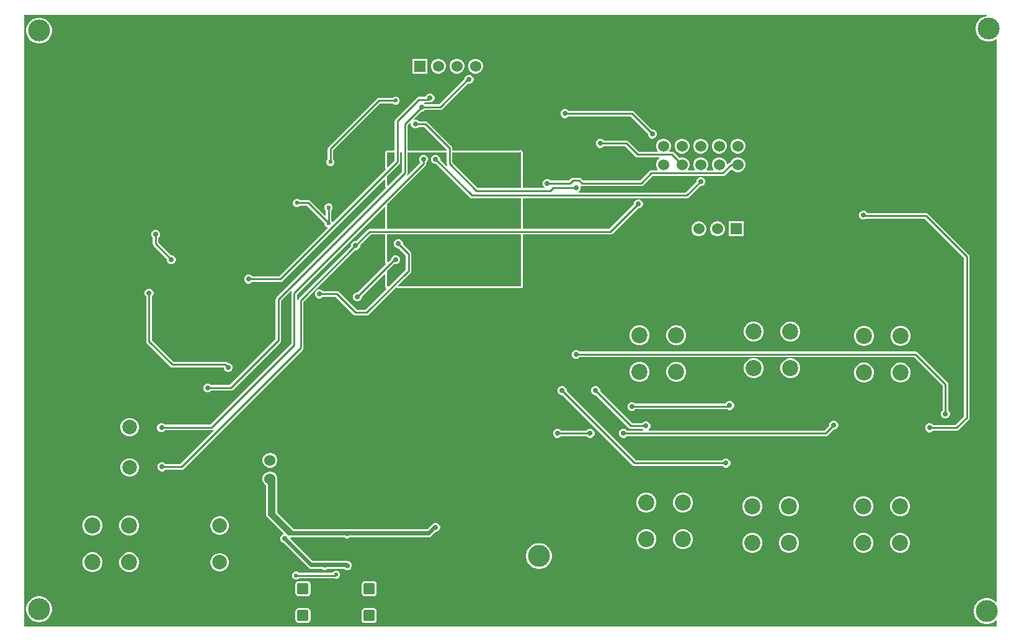
<source format=gbl>
G04*
G04 #@! TF.GenerationSoftware,Altium Limited,CircuitMaker,2.3.0 (2.3.0.3)*
G04*
G04 Layer_Physical_Order=2*
G04 Layer_Color=11436288*
%FSLAX25Y25*%
%MOIN*%
G70*
G04*
G04 #@! TF.SameCoordinates,2CE33893-7A16-41D8-AC82-33CA6B9F0197*
G04*
G04*
G04 #@! TF.FilePolarity,Positive*
G04*
G01*
G75*
%ADD12C,0.01000*%
%ADD87C,0.06000*%
%ADD88R,0.06000X0.06000*%
%ADD89C,0.11811*%
%ADD90C,0.08661*%
G04:AMPARAMS|DCode=91|XSize=60mil|YSize=60mil|CornerRadius=7.5mil|HoleSize=0mil|Usage=FLASHONLY|Rotation=0.000|XOffset=0mil|YOffset=0mil|HoleType=Round|Shape=RoundedRectangle|*
%AMROUNDEDRECTD91*
21,1,0.06000,0.04500,0,0,0.0*
21,1,0.04500,0.06000,0,0,0.0*
1,1,0.01500,0.02250,-0.02250*
1,1,0.01500,-0.02250,-0.02250*
1,1,0.01500,-0.02250,0.02250*
1,1,0.01500,0.02250,0.02250*
%
%ADD91ROUNDEDRECTD91*%
%ADD92C,0.07874*%
%ADD93C,0.02362*%
%ADD94C,0.02800*%
G36*
X517287Y0D02*
X516112Y-234D01*
X514855Y-754D01*
X513724Y-1510D01*
X512762Y-2472D01*
X512006Y-3603D01*
X511486Y-4860D01*
X511221Y-6194D01*
Y-7554D01*
X511486Y-8888D01*
X512006Y-10145D01*
X512762Y-11276D01*
X513724Y-12238D01*
X514855Y-12994D01*
X516112Y-13514D01*
X517446Y-13780D01*
X518806D01*
X520140Y-13514D01*
X521397Y-12994D01*
X522059Y-12551D01*
X522500Y-12787D01*
Y-315027D01*
X522000Y-315234D01*
X521528Y-314762D01*
X520397Y-314006D01*
X519140Y-313486D01*
X517806Y-313221D01*
X516446D01*
X515112Y-313486D01*
X513855Y-314006D01*
X512724Y-314762D01*
X511762Y-315724D01*
X511006Y-316855D01*
X510486Y-318112D01*
X510220Y-319446D01*
Y-320806D01*
X510486Y-322140D01*
X511006Y-323397D01*
X511762Y-324528D01*
X512724Y-325490D01*
X513855Y-326246D01*
X515112Y-326766D01*
X516446Y-327031D01*
X517806D01*
X519140Y-326766D01*
X520397Y-326246D01*
X521528Y-325490D01*
X522000Y-325018D01*
X522500Y-325225D01*
Y-328500D01*
X0D01*
Y500D01*
X517238D01*
X517287Y0D01*
D02*
G37*
%LPC*%
G36*
X8554Y-969D02*
X7194D01*
X5860Y-1234D01*
X4603Y-1754D01*
X3472Y-2510D01*
X2510Y-3472D01*
X1754Y-4603D01*
X1234Y-5860D01*
X969Y-7194D01*
Y-8554D01*
X1234Y-9888D01*
X1754Y-11145D01*
X2510Y-12276D01*
X3472Y-13238D01*
X4603Y-13994D01*
X5860Y-14514D01*
X7194Y-14780D01*
X8554D01*
X9888Y-14514D01*
X11145Y-13994D01*
X12276Y-13238D01*
X13238Y-12276D01*
X13994Y-11145D01*
X14514Y-9888D01*
X14780Y-8554D01*
Y-7194D01*
X14514Y-5860D01*
X13994Y-4603D01*
X13238Y-3472D01*
X12276Y-2510D01*
X11145Y-1754D01*
X9888Y-1234D01*
X8554Y-969D01*
D02*
G37*
G36*
X243027Y-23000D02*
X241973D01*
X240956Y-23273D01*
X240044Y-23799D01*
X239299Y-24544D01*
X238773Y-25456D01*
X238500Y-26473D01*
Y-27527D01*
X238773Y-28544D01*
X239299Y-29456D01*
X240044Y-30201D01*
X240956Y-30727D01*
X241973Y-31000D01*
X243027D01*
X244044Y-30727D01*
X244956Y-30201D01*
X245701Y-29456D01*
X246227Y-28544D01*
X246500Y-27527D01*
Y-26473D01*
X246227Y-25456D01*
X245701Y-24544D01*
X244956Y-23799D01*
X244044Y-23273D01*
X243027Y-23000D01*
D02*
G37*
G36*
X233027D02*
X231973D01*
X230956Y-23273D01*
X230044Y-23799D01*
X229299Y-24544D01*
X228773Y-25456D01*
X228500Y-26473D01*
Y-27527D01*
X228773Y-28544D01*
X229299Y-29456D01*
X230044Y-30201D01*
X230956Y-30727D01*
X231973Y-31000D01*
X233027D01*
X234044Y-30727D01*
X234956Y-30201D01*
X235701Y-29456D01*
X236227Y-28544D01*
X236500Y-27527D01*
Y-26473D01*
X236227Y-25456D01*
X235701Y-24544D01*
X234956Y-23799D01*
X234044Y-23273D01*
X233027Y-23000D01*
D02*
G37*
G36*
X223027D02*
X221973D01*
X220956Y-23273D01*
X220044Y-23799D01*
X219299Y-24544D01*
X218773Y-25456D01*
X218500Y-26473D01*
Y-27527D01*
X218773Y-28544D01*
X219299Y-29456D01*
X220044Y-30201D01*
X220956Y-30727D01*
X221973Y-31000D01*
X223027D01*
X224044Y-30727D01*
X224956Y-30201D01*
X225701Y-29456D01*
X226227Y-28544D01*
X226500Y-27527D01*
Y-26473D01*
X226227Y-25456D01*
X225701Y-24544D01*
X224956Y-23799D01*
X224044Y-23273D01*
X223027Y-23000D01*
D02*
G37*
G36*
X216500D02*
X208500D01*
Y-31000D01*
X216500D01*
Y-23000D01*
D02*
G37*
G36*
X239477Y-31600D02*
X238523D01*
X237641Y-31965D01*
X236965Y-32640D01*
X236600Y-33523D01*
Y-33737D01*
X222867Y-47471D01*
X215365D01*
X214924Y-47029D01*
X214978Y-46727D01*
X215077Y-46529D01*
X217000D01*
X217585Y-46413D01*
X217605Y-46400D01*
X218477D01*
X219359Y-46035D01*
X220035Y-45360D01*
X220400Y-44477D01*
Y-43523D01*
X220035Y-42641D01*
X219359Y-41965D01*
X218477Y-41600D01*
X217523D01*
X216640Y-41965D01*
X215965Y-42641D01*
X215621Y-43471D01*
X211843D01*
X211258Y-43587D01*
X210762Y-43919D01*
X208419Y-46262D01*
X208103Y-46734D01*
X199419Y-55419D01*
X199087Y-55915D01*
X198971Y-56500D01*
Y-72480D01*
X195000D01*
X194610Y-72558D01*
X194279Y-72779D01*
X194058Y-73110D01*
X193980Y-73500D01*
Y-81184D01*
X194058Y-81574D01*
X194279Y-81905D01*
X194310Y-82527D01*
X166090Y-110747D01*
X165500Y-110630D01*
X165349Y-110265D01*
X165029Y-109945D01*
Y-104555D01*
X165349Y-104235D01*
X165681Y-103434D01*
Y-102566D01*
X165349Y-101765D01*
X164735Y-101151D01*
X163934Y-100819D01*
X163066D01*
X162265Y-101151D01*
X161651Y-101765D01*
X161319Y-102566D01*
Y-103434D01*
X161651Y-104235D01*
X161971Y-104555D01*
Y-107154D01*
X161509Y-107346D01*
X153581Y-99419D01*
X153085Y-99087D01*
X152500Y-98971D01*
X148055D01*
X147736Y-98651D01*
X146934Y-98319D01*
X146066D01*
X145264Y-98651D01*
X144651Y-99265D01*
X144319Y-100066D01*
Y-100934D01*
X144651Y-101735D01*
X145264Y-102349D01*
X146066Y-102681D01*
X146934D01*
X147736Y-102349D01*
X148055Y-102029D01*
X151866D01*
X161319Y-111482D01*
Y-111934D01*
X161651Y-112735D01*
X162265Y-113349D01*
X162630Y-113500D01*
X162747Y-114090D01*
X136866Y-139971D01*
X122365D01*
X121860Y-139465D01*
X120977Y-139100D01*
X120023D01*
X119141Y-139465D01*
X118465Y-140140D01*
X118100Y-141023D01*
Y-141977D01*
X118465Y-142859D01*
X119141Y-143535D01*
X120023Y-143900D01*
X120977D01*
X121860Y-143535D01*
X122365Y-143029D01*
X137500D01*
X138085Y-142913D01*
X138581Y-142581D01*
X193518Y-87644D01*
X193980Y-87836D01*
Y-91184D01*
X194058Y-91574D01*
X194279Y-91905D01*
X194310Y-92527D01*
X135419Y-151419D01*
X135087Y-151915D01*
X134971Y-152500D01*
Y-173866D01*
X110366Y-198471D01*
X100365D01*
X99859Y-197965D01*
X98977Y-197600D01*
X98023D01*
X97141Y-197965D01*
X96465Y-198641D01*
X96100Y-199523D01*
Y-200477D01*
X96465Y-201360D01*
X97141Y-202035D01*
X98023Y-202400D01*
X98977D01*
X99859Y-202035D01*
X100365Y-201529D01*
X111000D01*
X111585Y-201413D01*
X112081Y-201081D01*
X137581Y-175581D01*
X137913Y-175085D01*
X138029Y-174500D01*
Y-153133D01*
X143464Y-147699D01*
X143852Y-148018D01*
X143587Y-148415D01*
X143471Y-149000D01*
Y-176366D01*
X100016Y-219821D01*
X75609D01*
X75104Y-219316D01*
X74222Y-218951D01*
X73267D01*
X72385Y-219316D01*
X71710Y-219991D01*
X71344Y-220873D01*
Y-221828D01*
X71710Y-222710D01*
X72385Y-223385D01*
X73267Y-223750D01*
X74222D01*
X75104Y-223385D01*
X75609Y-222880D01*
X100649D01*
X101235Y-222763D01*
X101632Y-222498D01*
X101951Y-222886D01*
X83867Y-240971D01*
X75865D01*
X75359Y-240465D01*
X74477Y-240100D01*
X73523D01*
X72641Y-240465D01*
X71965Y-241141D01*
X71600Y-242023D01*
Y-242977D01*
X71965Y-243860D01*
X72641Y-244535D01*
X73523Y-244900D01*
X74477D01*
X75359Y-244535D01*
X75865Y-244029D01*
X84500D01*
X85085Y-243913D01*
X85581Y-243581D01*
X149581Y-179581D01*
X149913Y-179085D01*
X150029Y-178500D01*
Y-153633D01*
X177763Y-125900D01*
X178477D01*
X179359Y-125535D01*
X180035Y-124859D01*
X180400Y-123977D01*
Y-123263D01*
X186134Y-117529D01*
X193980D01*
Y-132184D01*
X194058Y-132574D01*
X194279Y-132905D01*
X194310Y-133527D01*
X179237Y-148600D01*
X178523D01*
X177640Y-148965D01*
X176965Y-149641D01*
X176600Y-150523D01*
Y-151477D01*
X176965Y-152359D01*
X177640Y-153035D01*
X178523Y-153400D01*
X179477D01*
X180359Y-153035D01*
X181035Y-152359D01*
X181400Y-151477D01*
Y-150763D01*
X193518Y-138644D01*
X193980Y-138836D01*
Y-145500D01*
X194058Y-145890D01*
X194279Y-146221D01*
X194357Y-146273D01*
X194455Y-146882D01*
X183367Y-157971D01*
X178633D01*
X169081Y-148419D01*
X168585Y-148087D01*
X168000Y-147971D01*
X160365D01*
X159860Y-147465D01*
X158977Y-147100D01*
X158023D01*
X157141Y-147465D01*
X156465Y-148141D01*
X156100Y-149023D01*
Y-149977D01*
X156465Y-150859D01*
X157141Y-151535D01*
X158023Y-151900D01*
X158977D01*
X159860Y-151535D01*
X160365Y-151029D01*
X167367D01*
X176919Y-160581D01*
X177415Y-160913D01*
X178000Y-161029D01*
X184000D01*
X184585Y-160913D01*
X185081Y-160581D01*
X199473Y-146190D01*
X200095Y-146221D01*
X200426Y-146442D01*
X200816Y-146520D01*
X267000D01*
X267390Y-146442D01*
X267721Y-146221D01*
X267942Y-145890D01*
X268020Y-145500D01*
Y-117529D01*
X315000D01*
X315585Y-117413D01*
X316081Y-117081D01*
X329763Y-103400D01*
X330477D01*
X331360Y-103035D01*
X332035Y-102359D01*
X332400Y-101477D01*
Y-100523D01*
X332035Y-99641D01*
X331360Y-98965D01*
X330477Y-98600D01*
X329523D01*
X328641Y-98965D01*
X327965Y-99641D01*
X327600Y-100523D01*
Y-101237D01*
X314367Y-114471D01*
X268020D01*
Y-98029D01*
X356000D01*
X356585Y-97913D01*
X357081Y-97581D01*
X363263Y-91400D01*
X363977D01*
X364860Y-91035D01*
X365535Y-90359D01*
X365900Y-89477D01*
Y-88523D01*
X365535Y-87641D01*
X364860Y-86965D01*
X363977Y-86600D01*
X363023D01*
X362140Y-86965D01*
X361465Y-87641D01*
X361100Y-88523D01*
Y-89237D01*
X355366Y-94971D01*
X298077D01*
X297978Y-94773D01*
X297923Y-94471D01*
X298535Y-93859D01*
X298900Y-92977D01*
Y-92023D01*
X298822Y-91834D01*
X298899Y-91705D01*
X299199Y-91438D01*
X299657Y-91529D01*
X331500D01*
X332085Y-91413D01*
X332581Y-91081D01*
X337633Y-86029D01*
X375364D01*
X375949Y-85913D01*
X376445Y-85581D01*
X379742Y-82285D01*
X380238Y-82350D01*
X380299Y-82456D01*
X381044Y-83201D01*
X381956Y-83727D01*
X382973Y-84000D01*
X384027D01*
X385044Y-83727D01*
X385956Y-83201D01*
X386701Y-82456D01*
X387227Y-81544D01*
X387500Y-80527D01*
Y-79473D01*
X387227Y-78456D01*
X386701Y-77544D01*
X385956Y-76799D01*
X385044Y-76273D01*
X384027Y-76000D01*
X382973D01*
X381956Y-76273D01*
X381044Y-76799D01*
X380299Y-77544D01*
X379773Y-78456D01*
X379763Y-78491D01*
X379279Y-78587D01*
X378783Y-78919D01*
X377962Y-79739D01*
X377500Y-79548D01*
Y-79473D01*
X377227Y-78456D01*
X376701Y-77544D01*
X375956Y-76799D01*
X375044Y-76273D01*
X374027Y-76000D01*
X372973D01*
X371956Y-76273D01*
X371044Y-76799D01*
X370299Y-77544D01*
X369773Y-78456D01*
X369500Y-79473D01*
Y-80527D01*
X369773Y-81544D01*
X370299Y-82456D01*
X370352Y-82509D01*
X370161Y-82971D01*
X366840D01*
X366648Y-82509D01*
X366701Y-82456D01*
X367227Y-81544D01*
X367500Y-80527D01*
Y-79473D01*
X367227Y-78456D01*
X366701Y-77544D01*
X365956Y-76799D01*
X365044Y-76273D01*
X364027Y-76000D01*
X362973D01*
X361956Y-76273D01*
X361044Y-76799D01*
X360299Y-77544D01*
X359773Y-78456D01*
X359500Y-79473D01*
Y-80527D01*
X359773Y-81544D01*
X360299Y-82456D01*
X360352Y-82509D01*
X360160Y-82971D01*
X356839D01*
X356648Y-82509D01*
X356701Y-82456D01*
X357227Y-81544D01*
X357500Y-80527D01*
Y-79473D01*
X357227Y-78456D01*
X356701Y-77544D01*
X355956Y-76799D01*
X355044Y-76273D01*
X354027Y-76000D01*
X352973D01*
X351956Y-76273D01*
X351943Y-76280D01*
X349081Y-73419D01*
X348585Y-73087D01*
X348000Y-72971D01*
X346839D01*
X346648Y-72509D01*
X346701Y-72456D01*
X347227Y-71544D01*
X347500Y-70527D01*
Y-69473D01*
X347227Y-68456D01*
X346701Y-67544D01*
X345956Y-66799D01*
X345044Y-66273D01*
X344027Y-66000D01*
X342973D01*
X341956Y-66273D01*
X341044Y-66799D01*
X340299Y-67544D01*
X339773Y-68456D01*
X339500Y-69473D01*
Y-70527D01*
X339773Y-71544D01*
X340299Y-72456D01*
X340352Y-72509D01*
X340160Y-72971D01*
X330134D01*
X324581Y-67419D01*
X324085Y-67087D01*
X323500Y-66971D01*
X311365D01*
X310859Y-66465D01*
X309977Y-66100D01*
X309023D01*
X308140Y-66465D01*
X307465Y-67141D01*
X307100Y-68023D01*
Y-68977D01*
X307465Y-69859D01*
X308140Y-70535D01*
X309023Y-70900D01*
X309977D01*
X310859Y-70535D01*
X311365Y-70029D01*
X322867D01*
X328419Y-75581D01*
X328915Y-75913D01*
X329500Y-76029D01*
X341377D01*
X341511Y-76529D01*
X341044Y-76799D01*
X340299Y-77544D01*
X339773Y-78456D01*
X339500Y-79473D01*
Y-80527D01*
X339773Y-81544D01*
X340299Y-82456D01*
X340352Y-82509D01*
X340160Y-82971D01*
X337000D01*
X336415Y-83087D01*
X335919Y-83419D01*
X330867Y-88471D01*
X300290D01*
X299238Y-87419D01*
X298742Y-87087D01*
X298157Y-86971D01*
X294843D01*
X294258Y-87087D01*
X293762Y-87419D01*
X292710Y-88471D01*
X282865D01*
X282360Y-87965D01*
X281477Y-87600D01*
X280523D01*
X279641Y-87965D01*
X278965Y-88640D01*
X278600Y-89523D01*
Y-90477D01*
X278965Y-91360D01*
X279576Y-91971D01*
X279522Y-92273D01*
X279423Y-92471D01*
X268020D01*
Y-73500D01*
X267942Y-73110D01*
X267721Y-72779D01*
X267221Y-72279D01*
X266890Y-72058D01*
X266500Y-71980D01*
X266110Y-72058D01*
X265779Y-72279D01*
X265578Y-72480D01*
X230029D01*
Y-71000D01*
X229913Y-70415D01*
X229581Y-69919D01*
X216695Y-57032D01*
X216199Y-56701D01*
X215614Y-56584D01*
X211978D01*
X211473Y-56079D01*
X210591Y-55714D01*
X209656D01*
X209604Y-55657D01*
X209387Y-55276D01*
X213263Y-51400D01*
X213977D01*
X214860Y-51035D01*
X215365Y-50529D01*
X223500D01*
X224085Y-50413D01*
X224581Y-50081D01*
X238339Y-36324D01*
X238523Y-36400D01*
X239477D01*
X240359Y-36035D01*
X241035Y-35359D01*
X241400Y-34477D01*
Y-33523D01*
X241035Y-32640D01*
X240359Y-31965D01*
X239477Y-31600D01*
D02*
G37*
G36*
X199934Y-43319D02*
X199066D01*
X198265Y-43651D01*
X197945Y-43971D01*
X190500D01*
X189915Y-44087D01*
X189419Y-44419D01*
X163419Y-70419D01*
X163087Y-70915D01*
X162971Y-71500D01*
Y-76945D01*
X162651Y-77264D01*
X162319Y-78066D01*
Y-78934D01*
X162651Y-79735D01*
X163265Y-80349D01*
X164066Y-80681D01*
X164934D01*
X165735Y-80349D01*
X166349Y-79735D01*
X166681Y-78934D01*
Y-78066D01*
X166349Y-77264D01*
X166029Y-76945D01*
Y-72133D01*
X191133Y-47029D01*
X197945D01*
X198265Y-47349D01*
X199066Y-47681D01*
X199934D01*
X200735Y-47349D01*
X201349Y-46736D01*
X201681Y-45934D01*
Y-45066D01*
X201349Y-44265D01*
X200735Y-43651D01*
X199934Y-43319D01*
D02*
G37*
G36*
X290977Y-50100D02*
X290023D01*
X289141Y-50465D01*
X288465Y-51140D01*
X288100Y-52023D01*
Y-52977D01*
X288465Y-53860D01*
X289141Y-54535D01*
X290023Y-54900D01*
X290977D01*
X291860Y-54535D01*
X292365Y-54029D01*
X325867D01*
X335100Y-63263D01*
Y-63977D01*
X335465Y-64859D01*
X336140Y-65535D01*
X337023Y-65900D01*
X337977D01*
X338860Y-65535D01*
X339535Y-64859D01*
X339900Y-63977D01*
Y-63023D01*
X339535Y-62141D01*
X338860Y-61465D01*
X337977Y-61100D01*
X337263D01*
X327581Y-51419D01*
X327085Y-51087D01*
X326500Y-50971D01*
X292365D01*
X291860Y-50465D01*
X290977Y-50100D01*
D02*
G37*
G36*
X384027Y-66000D02*
X382973D01*
X381956Y-66273D01*
X381044Y-66799D01*
X380299Y-67544D01*
X379773Y-68456D01*
X379500Y-69473D01*
Y-70527D01*
X379773Y-71544D01*
X380299Y-72456D01*
X381044Y-73201D01*
X381956Y-73727D01*
X382973Y-74000D01*
X384027D01*
X385044Y-73727D01*
X385956Y-73201D01*
X386701Y-72456D01*
X387227Y-71544D01*
X387500Y-70527D01*
Y-69473D01*
X387227Y-68456D01*
X386701Y-67544D01*
X385956Y-66799D01*
X385044Y-66273D01*
X384027Y-66000D01*
D02*
G37*
G36*
X374027D02*
X372973D01*
X371956Y-66273D01*
X371044Y-66799D01*
X370299Y-67544D01*
X369773Y-68456D01*
X369500Y-69473D01*
Y-70527D01*
X369773Y-71544D01*
X370299Y-72456D01*
X371044Y-73201D01*
X371956Y-73727D01*
X372973Y-74000D01*
X374027D01*
X375044Y-73727D01*
X375956Y-73201D01*
X376701Y-72456D01*
X377227Y-71544D01*
X377500Y-70527D01*
Y-69473D01*
X377227Y-68456D01*
X376701Y-67544D01*
X375956Y-66799D01*
X375044Y-66273D01*
X374027Y-66000D01*
D02*
G37*
G36*
X364027D02*
X362973D01*
X361956Y-66273D01*
X361044Y-66799D01*
X360299Y-67544D01*
X359773Y-68456D01*
X359500Y-69473D01*
Y-70527D01*
X359773Y-71544D01*
X360299Y-72456D01*
X361044Y-73201D01*
X361956Y-73727D01*
X362973Y-74000D01*
X364027D01*
X365044Y-73727D01*
X365956Y-73201D01*
X366701Y-72456D01*
X367227Y-71544D01*
X367500Y-70527D01*
Y-69473D01*
X367227Y-68456D01*
X366701Y-67544D01*
X365956Y-66799D01*
X365044Y-66273D01*
X364027Y-66000D01*
D02*
G37*
G36*
X354027D02*
X352973D01*
X351956Y-66273D01*
X351044Y-66799D01*
X350299Y-67544D01*
X349773Y-68456D01*
X349500Y-69473D01*
Y-70527D01*
X349773Y-71544D01*
X350299Y-72456D01*
X351044Y-73201D01*
X351956Y-73727D01*
X352973Y-74000D01*
X354027D01*
X355044Y-73727D01*
X355956Y-73201D01*
X356701Y-72456D01*
X357227Y-71544D01*
X357500Y-70527D01*
Y-69473D01*
X357227Y-68456D01*
X356701Y-67544D01*
X355956Y-66799D01*
X355044Y-66273D01*
X354027Y-66000D01*
D02*
G37*
G36*
X386500Y-110500D02*
X378500D01*
Y-118500D01*
X386500D01*
Y-110500D01*
D02*
G37*
G36*
X373027D02*
X371973D01*
X370956Y-110773D01*
X370044Y-111299D01*
X369299Y-112044D01*
X368773Y-112956D01*
X368500Y-113973D01*
Y-115027D01*
X368773Y-116044D01*
X369299Y-116956D01*
X370044Y-117701D01*
X370956Y-118227D01*
X371973Y-118500D01*
X373027D01*
X374044Y-118227D01*
X374956Y-117701D01*
X375701Y-116956D01*
X376227Y-116044D01*
X376500Y-115027D01*
Y-113973D01*
X376227Y-112956D01*
X375701Y-112044D01*
X374956Y-111299D01*
X374044Y-110773D01*
X373027Y-110500D01*
D02*
G37*
G36*
X363027D02*
X361973D01*
X360956Y-110773D01*
X360044Y-111299D01*
X359299Y-112044D01*
X358773Y-112956D01*
X358500Y-113973D01*
Y-115027D01*
X358773Y-116044D01*
X359299Y-116956D01*
X360044Y-117701D01*
X360956Y-118227D01*
X361973Y-118500D01*
X363027D01*
X364044Y-118227D01*
X364956Y-117701D01*
X365701Y-116956D01*
X366227Y-116044D01*
X366500Y-115027D01*
Y-113973D01*
X366227Y-112956D01*
X365701Y-112044D01*
X364956Y-111299D01*
X364044Y-110773D01*
X363027Y-110500D01*
D02*
G37*
G36*
X70977Y-115100D02*
X70023D01*
X69140Y-115465D01*
X68465Y-116140D01*
X68100Y-117023D01*
Y-117977D01*
X68465Y-118860D01*
X68971Y-119365D01*
Y-122500D01*
X69087Y-123085D01*
X69419Y-123581D01*
X76600Y-130763D01*
Y-131477D01*
X76965Y-132360D01*
X77640Y-133035D01*
X78523Y-133400D01*
X79477D01*
X80360Y-133035D01*
X81035Y-132360D01*
X81400Y-131477D01*
Y-130523D01*
X81035Y-129640D01*
X80360Y-128965D01*
X79477Y-128600D01*
X78763D01*
X72029Y-121867D01*
Y-119365D01*
X72535Y-118860D01*
X72900Y-117977D01*
Y-117023D01*
X72535Y-116140D01*
X71860Y-115465D01*
X70977Y-115100D01*
D02*
G37*
G36*
X412387Y-164484D02*
X410983D01*
X409627Y-164848D01*
X408412Y-165549D01*
X407419Y-166542D01*
X406718Y-167757D01*
X406354Y-169113D01*
Y-170517D01*
X406718Y-171872D01*
X407419Y-173088D01*
X408412Y-174081D01*
X409627Y-174782D01*
X410983Y-175146D01*
X412387D01*
X413743Y-174782D01*
X414958Y-174081D01*
X415951Y-173088D01*
X416652Y-171872D01*
X417016Y-170517D01*
Y-169113D01*
X416652Y-167757D01*
X415951Y-166542D01*
X414958Y-165549D01*
X413743Y-164848D01*
X412387Y-164484D01*
D02*
G37*
G36*
X392702D02*
X391298D01*
X389942Y-164848D01*
X388727Y-165549D01*
X387734Y-166542D01*
X387033Y-167757D01*
X386669Y-169113D01*
Y-170517D01*
X387033Y-171872D01*
X387734Y-173088D01*
X388727Y-174081D01*
X389942Y-174782D01*
X391298Y-175146D01*
X392702D01*
X394058Y-174782D01*
X395273Y-174081D01*
X396266Y-173088D01*
X396967Y-171872D01*
X397331Y-170517D01*
Y-169113D01*
X396967Y-167757D01*
X396266Y-166542D01*
X395273Y-165549D01*
X394058Y-164848D01*
X392702Y-164484D01*
D02*
G37*
G36*
X351044Y-166327D02*
X349641D01*
X348285Y-166690D01*
X347069Y-167392D01*
X346077Y-168384D01*
X345375Y-169600D01*
X345012Y-170956D01*
Y-172359D01*
X345375Y-173715D01*
X346077Y-174931D01*
X347069Y-175923D01*
X348285Y-176625D01*
X349641Y-176988D01*
X351044D01*
X352400Y-176625D01*
X353616Y-175923D01*
X354608Y-174931D01*
X355310Y-173715D01*
X355673Y-172359D01*
Y-170956D01*
X355310Y-169600D01*
X354608Y-168384D01*
X353616Y-167392D01*
X352400Y-166690D01*
X351044Y-166327D01*
D02*
G37*
G36*
X331359D02*
X329956D01*
X328600Y-166690D01*
X327384Y-167392D01*
X326392Y-168384D01*
X325690Y-169600D01*
X325327Y-170956D01*
Y-172359D01*
X325690Y-173715D01*
X326392Y-174931D01*
X327384Y-175923D01*
X328600Y-176625D01*
X329956Y-176988D01*
X331359D01*
X332715Y-176625D01*
X333931Y-175923D01*
X334923Y-174931D01*
X335625Y-173715D01*
X335988Y-172359D01*
Y-170956D01*
X335625Y-169600D01*
X334923Y-168384D01*
X333931Y-167392D01*
X332715Y-166690D01*
X331359Y-166327D01*
D02*
G37*
G36*
X471544Y-166827D02*
X470141D01*
X468785Y-167190D01*
X467569Y-167892D01*
X466577Y-168884D01*
X465875Y-170100D01*
X465512Y-171456D01*
Y-172859D01*
X465875Y-174215D01*
X466577Y-175431D01*
X467569Y-176423D01*
X468785Y-177125D01*
X470141Y-177488D01*
X471544D01*
X472900Y-177125D01*
X474116Y-176423D01*
X475108Y-175431D01*
X475810Y-174215D01*
X476173Y-172859D01*
Y-171456D01*
X475810Y-170100D01*
X475108Y-168884D01*
X474116Y-167892D01*
X472900Y-167190D01*
X471544Y-166827D01*
D02*
G37*
G36*
X451859D02*
X450456D01*
X449100Y-167190D01*
X447884Y-167892D01*
X446892Y-168884D01*
X446190Y-170100D01*
X445827Y-171456D01*
Y-172859D01*
X446190Y-174215D01*
X446892Y-175431D01*
X447884Y-176423D01*
X449100Y-177125D01*
X450456Y-177488D01*
X451859D01*
X453215Y-177125D01*
X454431Y-176423D01*
X455423Y-175431D01*
X456125Y-174215D01*
X456488Y-172859D01*
Y-171456D01*
X456125Y-170100D01*
X455423Y-168884D01*
X454431Y-167892D01*
X453215Y-167190D01*
X451859Y-166827D01*
D02*
G37*
G36*
X67477Y-146600D02*
X66523D01*
X65640Y-146965D01*
X64965Y-147641D01*
X64600Y-148523D01*
Y-149477D01*
X64965Y-150359D01*
X65471Y-150865D01*
Y-175000D01*
X65587Y-175585D01*
X65919Y-176081D01*
X78419Y-188581D01*
X78915Y-188913D01*
X79500Y-189029D01*
X107100D01*
Y-189477D01*
X107465Y-190359D01*
X108141Y-191035D01*
X109023Y-191400D01*
X109977D01*
X110860Y-191035D01*
X111535Y-190359D01*
X111900Y-189477D01*
Y-188523D01*
X111535Y-187641D01*
X110860Y-186965D01*
X109977Y-186600D01*
X109263D01*
X109081Y-186419D01*
X108585Y-186087D01*
X108000Y-185971D01*
X80133D01*
X68529Y-174366D01*
Y-150865D01*
X69035Y-150359D01*
X69400Y-149477D01*
Y-148523D01*
X69035Y-147641D01*
X68360Y-146965D01*
X67477Y-146600D01*
D02*
G37*
G36*
X412387Y-184169D02*
X410983D01*
X409627Y-184533D01*
X408412Y-185234D01*
X407419Y-186227D01*
X406718Y-187442D01*
X406354Y-188798D01*
Y-190202D01*
X406718Y-191558D01*
X407419Y-192773D01*
X408412Y-193766D01*
X409627Y-194467D01*
X410983Y-194831D01*
X412387D01*
X413743Y-194467D01*
X414958Y-193766D01*
X415951Y-192773D01*
X416652Y-191558D01*
X417016Y-190202D01*
Y-188798D01*
X416652Y-187442D01*
X415951Y-186227D01*
X414958Y-185234D01*
X413743Y-184533D01*
X412387Y-184169D01*
D02*
G37*
G36*
X392702D02*
X391298D01*
X389942Y-184533D01*
X388727Y-185234D01*
X387734Y-186227D01*
X387033Y-187442D01*
X386669Y-188798D01*
Y-190202D01*
X387033Y-191558D01*
X387734Y-192773D01*
X388727Y-193766D01*
X389942Y-194467D01*
X391298Y-194831D01*
X392702D01*
X394058Y-194467D01*
X395273Y-193766D01*
X396266Y-192773D01*
X396967Y-191558D01*
X397331Y-190202D01*
Y-188798D01*
X396967Y-187442D01*
X396266Y-186227D01*
X395273Y-185234D01*
X394058Y-184533D01*
X392702Y-184169D01*
D02*
G37*
G36*
X351044Y-186012D02*
X349641D01*
X348285Y-186375D01*
X347069Y-187077D01*
X346077Y-188069D01*
X345375Y-189285D01*
X345012Y-190641D01*
Y-192044D01*
X345375Y-193400D01*
X346077Y-194616D01*
X347069Y-195608D01*
X348285Y-196310D01*
X349641Y-196673D01*
X351044D01*
X352400Y-196310D01*
X353616Y-195608D01*
X354608Y-194616D01*
X355310Y-193400D01*
X355673Y-192044D01*
Y-190641D01*
X355310Y-189285D01*
X354608Y-188069D01*
X353616Y-187077D01*
X352400Y-186375D01*
X351044Y-186012D01*
D02*
G37*
G36*
X331359D02*
X329956D01*
X328600Y-186375D01*
X327384Y-187077D01*
X326392Y-188069D01*
X325690Y-189285D01*
X325327Y-190641D01*
Y-192044D01*
X325690Y-193400D01*
X326392Y-194616D01*
X327384Y-195608D01*
X328600Y-196310D01*
X329956Y-196673D01*
X331359D01*
X332715Y-196310D01*
X333931Y-195608D01*
X334923Y-194616D01*
X335625Y-193400D01*
X335988Y-192044D01*
Y-190641D01*
X335625Y-189285D01*
X334923Y-188069D01*
X333931Y-187077D01*
X332715Y-186375D01*
X331359Y-186012D01*
D02*
G37*
G36*
X471544Y-186512D02*
X470141D01*
X468785Y-186875D01*
X467569Y-187577D01*
X466577Y-188569D01*
X465875Y-189785D01*
X465512Y-191141D01*
Y-192544D01*
X465875Y-193900D01*
X466577Y-195116D01*
X467569Y-196108D01*
X468785Y-196810D01*
X470141Y-197173D01*
X471544D01*
X472900Y-196810D01*
X474116Y-196108D01*
X475108Y-195116D01*
X475810Y-193900D01*
X476173Y-192544D01*
Y-191141D01*
X475810Y-189785D01*
X475108Y-188569D01*
X474116Y-187577D01*
X472900Y-186875D01*
X471544Y-186512D01*
D02*
G37*
G36*
X451859D02*
X450456D01*
X449100Y-186875D01*
X447884Y-187577D01*
X446892Y-188569D01*
X446190Y-189785D01*
X445827Y-191141D01*
Y-192544D01*
X446190Y-193900D01*
X446892Y-195116D01*
X447884Y-196108D01*
X449100Y-196810D01*
X450456Y-197173D01*
X451859D01*
X453215Y-196810D01*
X454431Y-196108D01*
X455423Y-195116D01*
X456125Y-193900D01*
X456488Y-192544D01*
Y-191141D01*
X456125Y-189785D01*
X455423Y-188569D01*
X454431Y-187577D01*
X453215Y-186875D01*
X451859Y-186512D01*
D02*
G37*
G36*
X379477Y-207100D02*
X378523D01*
X377641Y-207465D01*
X376965Y-208140D01*
X376829Y-208471D01*
X328365D01*
X327859Y-207965D01*
X326977Y-207600D01*
X326023D01*
X325141Y-207965D01*
X324465Y-208641D01*
X324100Y-209523D01*
Y-210477D01*
X324465Y-211360D01*
X325141Y-212035D01*
X326023Y-212400D01*
X326977D01*
X327859Y-212035D01*
X328365Y-211529D01*
X377635D01*
X377641Y-211535D01*
X378523Y-211900D01*
X379477D01*
X380360Y-211535D01*
X381035Y-210859D01*
X381400Y-209977D01*
Y-209023D01*
X381035Y-208140D01*
X380360Y-207465D01*
X379477Y-207100D01*
D02*
G37*
G36*
X296977Y-179600D02*
X296023D01*
X295141Y-179965D01*
X294465Y-180640D01*
X294100Y-181523D01*
Y-182477D01*
X294465Y-183360D01*
X295141Y-184035D01*
X296023Y-184400D01*
X296977D01*
X297860Y-184035D01*
X298365Y-183529D01*
X478367D01*
X493471Y-198634D01*
Y-212135D01*
X492965Y-212641D01*
X492600Y-213523D01*
Y-214477D01*
X492965Y-215359D01*
X493641Y-216035D01*
X494523Y-216400D01*
X495477D01*
X496359Y-216035D01*
X497035Y-215359D01*
X497400Y-214477D01*
Y-213523D01*
X497035Y-212641D01*
X496529Y-212135D01*
Y-198000D01*
X496413Y-197415D01*
X496081Y-196919D01*
X480081Y-180919D01*
X479585Y-180587D01*
X479000Y-180471D01*
X298365D01*
X297860Y-179965D01*
X296977Y-179600D01*
D02*
G37*
G36*
X451477Y-104600D02*
X450523D01*
X449641Y-104965D01*
X448965Y-105640D01*
X448600Y-106523D01*
Y-107477D01*
X448965Y-108360D01*
X449641Y-109035D01*
X450523Y-109400D01*
X451477D01*
X452359Y-109035D01*
X452365Y-109029D01*
X483867D01*
X504971Y-130133D01*
Y-215367D01*
X500366Y-219971D01*
X488365D01*
X487859Y-219465D01*
X486977Y-219100D01*
X486023D01*
X485141Y-219465D01*
X484465Y-220141D01*
X484100Y-221023D01*
Y-221977D01*
X484465Y-222860D01*
X485141Y-223535D01*
X486023Y-223900D01*
X486977D01*
X487859Y-223535D01*
X488365Y-223029D01*
X501000D01*
X501585Y-222913D01*
X502081Y-222581D01*
X507581Y-217081D01*
X507913Y-216585D01*
X508029Y-216000D01*
Y-129500D01*
X507913Y-128915D01*
X507581Y-128419D01*
X485581Y-106419D01*
X485085Y-106087D01*
X484500Y-105971D01*
X453171D01*
X453035Y-105640D01*
X452359Y-104965D01*
X451477Y-104600D01*
D02*
G37*
G36*
X307477Y-199100D02*
X306523D01*
X305641Y-199465D01*
X304965Y-200141D01*
X304600Y-201023D01*
Y-201977D01*
X304965Y-202859D01*
X305641Y-203535D01*
X306523Y-203900D01*
X307237D01*
X324919Y-221581D01*
X325415Y-221913D01*
X326000Y-222029D01*
X332135D01*
X332576Y-222471D01*
X332522Y-222773D01*
X332423Y-222971D01*
X323865D01*
X323359Y-222465D01*
X322477Y-222100D01*
X321523D01*
X320640Y-222465D01*
X319965Y-223141D01*
X319600Y-224023D01*
Y-224977D01*
X319965Y-225859D01*
X320640Y-226535D01*
X321523Y-226900D01*
X322477D01*
X323359Y-226535D01*
X323865Y-226029D01*
X430500D01*
X431085Y-225913D01*
X431581Y-225581D01*
X434763Y-222400D01*
X435477D01*
X436360Y-222035D01*
X437035Y-221359D01*
X437400Y-220477D01*
Y-219523D01*
X437035Y-218640D01*
X436360Y-217965D01*
X435477Y-217600D01*
X434523D01*
X433640Y-217965D01*
X432965Y-218640D01*
X432600Y-219523D01*
Y-220237D01*
X429867Y-222971D01*
X335577D01*
X335478Y-222773D01*
X335423Y-222471D01*
X336035Y-221860D01*
X336400Y-220977D01*
Y-220023D01*
X336035Y-219141D01*
X335360Y-218465D01*
X334477Y-218100D01*
X333523D01*
X332641Y-218465D01*
X332135Y-218971D01*
X326634D01*
X309400Y-201737D01*
Y-201023D01*
X309035Y-200141D01*
X308360Y-199465D01*
X307477Y-199100D01*
D02*
G37*
G36*
X304477Y-222100D02*
X303523D01*
X302641Y-222465D01*
X302135Y-222971D01*
X288365D01*
X287860Y-222465D01*
X286977Y-222100D01*
X286023D01*
X285140Y-222465D01*
X284465Y-223141D01*
X284100Y-224023D01*
Y-224977D01*
X284465Y-225859D01*
X285140Y-226535D01*
X286023Y-226900D01*
X286977D01*
X287860Y-226535D01*
X288365Y-226029D01*
X302135D01*
X302641Y-226535D01*
X303523Y-226900D01*
X304477D01*
X305360Y-226535D01*
X306035Y-225859D01*
X306400Y-224977D01*
Y-224023D01*
X306035Y-223141D01*
X305360Y-222465D01*
X304477Y-222100D01*
D02*
G37*
G36*
X57150Y-216272D02*
X55850D01*
X54594Y-216608D01*
X53469Y-217258D01*
X52549Y-218177D01*
X51899Y-219303D01*
X51563Y-220559D01*
Y-221859D01*
X51899Y-223114D01*
X52549Y-224240D01*
X53469Y-225159D01*
X54594Y-225809D01*
X55850Y-226146D01*
X57150D01*
X58406Y-225809D01*
X59531Y-225159D01*
X60451Y-224240D01*
X61101Y-223114D01*
X61437Y-221859D01*
Y-220559D01*
X61101Y-219303D01*
X60451Y-218177D01*
X59531Y-217258D01*
X58406Y-216608D01*
X57150Y-216272D01*
D02*
G37*
G36*
X289477Y-199100D02*
X288523D01*
X287641Y-199465D01*
X286965Y-200141D01*
X286600Y-201023D01*
Y-201977D01*
X286965Y-202859D01*
X287641Y-203535D01*
X288523Y-203900D01*
X289237D01*
X326919Y-241581D01*
X327415Y-241913D01*
X328000Y-242029D01*
X375135D01*
X375641Y-242535D01*
X376523Y-242900D01*
X377477D01*
X378360Y-242535D01*
X379035Y-241860D01*
X379400Y-240977D01*
Y-240023D01*
X379035Y-239141D01*
X378360Y-238465D01*
X377477Y-238100D01*
X376523D01*
X375641Y-238465D01*
X375135Y-238971D01*
X328633D01*
X291400Y-201737D01*
Y-201023D01*
X291035Y-200141D01*
X290359Y-199465D01*
X289477Y-199100D01*
D02*
G37*
G36*
X132527Y-235000D02*
X131473D01*
X130456Y-235273D01*
X129544Y-235799D01*
X128799Y-236544D01*
X128273Y-237456D01*
X128000Y-238473D01*
Y-239527D01*
X128273Y-240544D01*
X128799Y-241456D01*
X129544Y-242201D01*
X130456Y-242727D01*
X131473Y-243000D01*
X132527D01*
X133544Y-242727D01*
X134456Y-242201D01*
X135201Y-241456D01*
X135727Y-240544D01*
X136000Y-239527D01*
Y-238473D01*
X135727Y-237456D01*
X135201Y-236544D01*
X134456Y-235799D01*
X133544Y-235273D01*
X132527Y-235000D01*
D02*
G37*
G36*
X57150Y-237925D02*
X55850D01*
X54594Y-238262D01*
X53469Y-238912D01*
X52549Y-239831D01*
X51899Y-240957D01*
X51563Y-242212D01*
Y-243512D01*
X51899Y-244768D01*
X52549Y-245894D01*
X53469Y-246813D01*
X54594Y-247463D01*
X55850Y-247799D01*
X57150D01*
X58406Y-247463D01*
X59531Y-246813D01*
X60451Y-245894D01*
X61101Y-244768D01*
X61437Y-243512D01*
Y-242212D01*
X61101Y-240957D01*
X60451Y-239831D01*
X59531Y-238912D01*
X58406Y-238262D01*
X57150Y-237925D01*
D02*
G37*
G36*
X354702Y-256484D02*
X353298D01*
X351942Y-256848D01*
X350727Y-257549D01*
X349734Y-258542D01*
X349033Y-259757D01*
X348669Y-261113D01*
Y-262517D01*
X349033Y-263873D01*
X349734Y-265088D01*
X350727Y-266081D01*
X351942Y-266782D01*
X353298Y-267146D01*
X354702D01*
X356058Y-266782D01*
X357273Y-266081D01*
X358266Y-265088D01*
X358967Y-263873D01*
X359331Y-262517D01*
Y-261113D01*
X358967Y-259757D01*
X358266Y-258542D01*
X357273Y-257549D01*
X356058Y-256848D01*
X354702Y-256484D01*
D02*
G37*
G36*
X335017D02*
X333613D01*
X332257Y-256848D01*
X331042Y-257549D01*
X330049Y-258542D01*
X329347Y-259757D01*
X328984Y-261113D01*
Y-262517D01*
X329347Y-263873D01*
X330049Y-265088D01*
X331042Y-266081D01*
X332257Y-266782D01*
X333613Y-267146D01*
X335017D01*
X336372Y-266782D01*
X337588Y-266081D01*
X338581Y-265088D01*
X339282Y-263873D01*
X339646Y-262517D01*
Y-261113D01*
X339282Y-259757D01*
X338581Y-258542D01*
X337588Y-257549D01*
X336372Y-256848D01*
X335017Y-256484D01*
D02*
G37*
G36*
X411544Y-258327D02*
X410141D01*
X408785Y-258690D01*
X407569Y-259392D01*
X406577Y-260384D01*
X405875Y-261600D01*
X405512Y-262956D01*
Y-264359D01*
X405875Y-265715D01*
X406577Y-266931D01*
X407569Y-267923D01*
X408785Y-268625D01*
X410141Y-268988D01*
X411544D01*
X412900Y-268625D01*
X414116Y-267923D01*
X415108Y-266931D01*
X415810Y-265715D01*
X416173Y-264359D01*
Y-262956D01*
X415810Y-261600D01*
X415108Y-260384D01*
X414116Y-259392D01*
X412900Y-258690D01*
X411544Y-258327D01*
D02*
G37*
G36*
X391859D02*
X390456D01*
X389100Y-258690D01*
X387884Y-259392D01*
X386892Y-260384D01*
X386190Y-261600D01*
X385827Y-262956D01*
Y-264359D01*
X386190Y-265715D01*
X386892Y-266931D01*
X387884Y-267923D01*
X389100Y-268625D01*
X390456Y-268988D01*
X391859D01*
X393215Y-268625D01*
X394431Y-267923D01*
X395423Y-266931D01*
X396125Y-265715D01*
X396488Y-264359D01*
Y-262956D01*
X396125Y-261600D01*
X395423Y-260384D01*
X394431Y-259392D01*
X393215Y-258690D01*
X391859Y-258327D01*
D02*
G37*
G36*
X471387Y-258484D02*
X469983D01*
X468628Y-258847D01*
X467412Y-259549D01*
X466419Y-260542D01*
X465718Y-261757D01*
X465354Y-263113D01*
Y-264517D01*
X465718Y-265873D01*
X466419Y-267088D01*
X467412Y-268081D01*
X468628Y-268782D01*
X469983Y-269146D01*
X471387D01*
X472743Y-268782D01*
X473958Y-268081D01*
X474951Y-267088D01*
X475653Y-265873D01*
X476016Y-264517D01*
Y-263113D01*
X475653Y-261757D01*
X474951Y-260542D01*
X473958Y-259549D01*
X472743Y-258847D01*
X471387Y-258484D01*
D02*
G37*
G36*
X451702D02*
X450298D01*
X448942Y-258847D01*
X447727Y-259549D01*
X446734Y-260542D01*
X446033Y-261757D01*
X445669Y-263113D01*
Y-264517D01*
X446033Y-265873D01*
X446734Y-267088D01*
X447727Y-268081D01*
X448942Y-268782D01*
X450298Y-269146D01*
X451702D01*
X453058Y-268782D01*
X454273Y-268081D01*
X455266Y-267088D01*
X455967Y-265873D01*
X456331Y-264517D01*
Y-263113D01*
X455967Y-261757D01*
X455266Y-260542D01*
X454273Y-259549D01*
X453058Y-258847D01*
X451702Y-258484D01*
D02*
G37*
G36*
X105650Y-269220D02*
X104350D01*
X103094Y-269557D01*
X101969Y-270207D01*
X101049Y-271126D01*
X100399Y-272252D01*
X100063Y-273507D01*
Y-274808D01*
X100399Y-276063D01*
X101049Y-277189D01*
X101969Y-278108D01*
X103094Y-278758D01*
X104350Y-279095D01*
X105650D01*
X106906Y-278758D01*
X108031Y-278108D01*
X108951Y-277189D01*
X109601Y-276063D01*
X109937Y-274808D01*
Y-273507D01*
X109601Y-272252D01*
X108951Y-271126D01*
X108031Y-270207D01*
X106906Y-269557D01*
X105650Y-269220D01*
D02*
G37*
G36*
X57044Y-268827D02*
X55641D01*
X54285Y-269190D01*
X53069Y-269892D01*
X52077Y-270884D01*
X51375Y-272100D01*
X51012Y-273456D01*
Y-274859D01*
X51375Y-276215D01*
X52077Y-277431D01*
X53069Y-278423D01*
X54285Y-279125D01*
X55641Y-279488D01*
X57044D01*
X58400Y-279125D01*
X59616Y-278423D01*
X60608Y-277431D01*
X61310Y-276215D01*
X61673Y-274859D01*
Y-273456D01*
X61310Y-272100D01*
X60608Y-270884D01*
X59616Y-269892D01*
X58400Y-269190D01*
X57044Y-268827D01*
D02*
G37*
G36*
X37359D02*
X35956D01*
X34600Y-269190D01*
X33384Y-269892D01*
X32392Y-270884D01*
X31690Y-272100D01*
X31327Y-273456D01*
Y-274859D01*
X31690Y-276215D01*
X32392Y-277431D01*
X33384Y-278423D01*
X34600Y-279125D01*
X35956Y-279488D01*
X37359D01*
X38715Y-279125D01*
X39931Y-278423D01*
X40923Y-277431D01*
X41625Y-276215D01*
X41988Y-274859D01*
Y-273456D01*
X41625Y-272100D01*
X40923Y-270884D01*
X39931Y-269892D01*
X38715Y-269190D01*
X37359Y-268827D01*
D02*
G37*
G36*
X132527Y-245000D02*
X131473D01*
X130456Y-245273D01*
X129544Y-245799D01*
X128799Y-246544D01*
X128273Y-247456D01*
X128000Y-248473D01*
Y-249527D01*
X128273Y-250544D01*
X128799Y-251456D01*
X129544Y-252201D01*
X129980Y-252453D01*
Y-268500D01*
X130058Y-268890D01*
X130279Y-269221D01*
X131779Y-270721D01*
X139236Y-278178D01*
X139118Y-278767D01*
X138640Y-278965D01*
X137965Y-279641D01*
X137600Y-280523D01*
Y-281477D01*
X137965Y-282360D01*
X138640Y-283035D01*
X139412Y-283354D01*
X153279Y-297221D01*
X153610Y-297442D01*
X154000Y-297520D01*
X160126D01*
X160141Y-297535D01*
X161023Y-297900D01*
X161977D01*
X162859Y-297535D01*
X162874Y-297520D01*
X172001D01*
X172078Y-297597D01*
X172960Y-297962D01*
X173915D01*
X174797Y-297597D01*
X175472Y-296922D01*
X175838Y-296040D01*
Y-295085D01*
X175472Y-294203D01*
X174797Y-293528D01*
X174230Y-293293D01*
X174221Y-293279D01*
X173890Y-293058D01*
X173500Y-292980D01*
X154922D01*
X142923Y-280981D01*
X143115Y-280520D01*
X172125D01*
X172141Y-280535D01*
X173023Y-280900D01*
X173977D01*
X174859Y-280535D01*
X174874Y-280520D01*
X217500D01*
X217890Y-280442D01*
X218221Y-280221D01*
X221042Y-277400D01*
X221477D01*
X222359Y-277035D01*
X223035Y-276360D01*
X223400Y-275477D01*
Y-274523D01*
X223035Y-273640D01*
X222359Y-272965D01*
X221477Y-272600D01*
X220523D01*
X219640Y-272965D01*
X219461Y-273145D01*
X219317Y-273241D01*
X216578Y-275980D01*
X144922D01*
X136020Y-267078D01*
Y-249000D01*
X136000Y-248902D01*
Y-248473D01*
X135727Y-247456D01*
X135201Y-246544D01*
X134456Y-245799D01*
X133544Y-245273D01*
X132527Y-245000D01*
D02*
G37*
G36*
X354702Y-276169D02*
X353298D01*
X351942Y-276533D01*
X350727Y-277234D01*
X349734Y-278227D01*
X349033Y-279442D01*
X348669Y-280798D01*
Y-282202D01*
X349033Y-283558D01*
X349734Y-284773D01*
X350727Y-285766D01*
X351942Y-286467D01*
X353298Y-286831D01*
X354702D01*
X356058Y-286467D01*
X357273Y-285766D01*
X358266Y-284773D01*
X358967Y-283558D01*
X359331Y-282202D01*
Y-280798D01*
X358967Y-279442D01*
X358266Y-278227D01*
X357273Y-277234D01*
X356058Y-276533D01*
X354702Y-276169D01*
D02*
G37*
G36*
X335017D02*
X333613D01*
X332257Y-276533D01*
X331042Y-277234D01*
X330049Y-278227D01*
X329347Y-279442D01*
X328984Y-280798D01*
Y-282202D01*
X329347Y-283558D01*
X330049Y-284773D01*
X331042Y-285766D01*
X332257Y-286467D01*
X333613Y-286831D01*
X335017D01*
X336372Y-286467D01*
X337588Y-285766D01*
X338581Y-284773D01*
X339282Y-283558D01*
X339646Y-282202D01*
Y-280798D01*
X339282Y-279442D01*
X338581Y-278227D01*
X337588Y-277234D01*
X336372Y-276533D01*
X335017Y-276169D01*
D02*
G37*
G36*
X411544Y-278012D02*
X410141D01*
X408785Y-278375D01*
X407569Y-279077D01*
X406577Y-280069D01*
X405875Y-281285D01*
X405512Y-282641D01*
Y-284044D01*
X405875Y-285400D01*
X406577Y-286616D01*
X407569Y-287608D01*
X408785Y-288310D01*
X410141Y-288673D01*
X411544D01*
X412900Y-288310D01*
X414116Y-287608D01*
X415108Y-286616D01*
X415810Y-285400D01*
X416173Y-284044D01*
Y-282641D01*
X415810Y-281285D01*
X415108Y-280069D01*
X414116Y-279077D01*
X412900Y-278375D01*
X411544Y-278012D01*
D02*
G37*
G36*
X391859D02*
X390456D01*
X389100Y-278375D01*
X387884Y-279077D01*
X386892Y-280069D01*
X386190Y-281285D01*
X385827Y-282641D01*
Y-284044D01*
X386190Y-285400D01*
X386892Y-286616D01*
X387884Y-287608D01*
X389100Y-288310D01*
X390456Y-288673D01*
X391859D01*
X393215Y-288310D01*
X394431Y-287608D01*
X395423Y-286616D01*
X396125Y-285400D01*
X396488Y-284044D01*
Y-282641D01*
X396125Y-281285D01*
X395423Y-280069D01*
X394431Y-279077D01*
X393215Y-278375D01*
X391859Y-278012D01*
D02*
G37*
G36*
X471387Y-278169D02*
X469983D01*
X468628Y-278533D01*
X467412Y-279234D01*
X466419Y-280227D01*
X465718Y-281442D01*
X465354Y-282798D01*
Y-284202D01*
X465718Y-285558D01*
X466419Y-286773D01*
X467412Y-287766D01*
X468628Y-288467D01*
X469983Y-288831D01*
X471387D01*
X472743Y-288467D01*
X473958Y-287766D01*
X474951Y-286773D01*
X475653Y-285558D01*
X476016Y-284202D01*
Y-282798D01*
X475653Y-281442D01*
X474951Y-280227D01*
X473958Y-279234D01*
X472743Y-278533D01*
X471387Y-278169D01*
D02*
G37*
G36*
X451702D02*
X450298D01*
X448942Y-278533D01*
X447727Y-279234D01*
X446734Y-280227D01*
X446033Y-281442D01*
X445669Y-282798D01*
Y-284202D01*
X446033Y-285558D01*
X446734Y-286773D01*
X447727Y-287766D01*
X448942Y-288467D01*
X450298Y-288831D01*
X451702D01*
X453058Y-288467D01*
X454273Y-287766D01*
X455266Y-286773D01*
X455967Y-285558D01*
X456331Y-284202D01*
Y-282798D01*
X455967Y-281442D01*
X455266Y-280227D01*
X454273Y-279234D01*
X453058Y-278533D01*
X451702Y-278169D01*
D02*
G37*
G36*
X277180Y-283594D02*
X275820D01*
X274486Y-283860D01*
X273229Y-284380D01*
X272098Y-285136D01*
X271136Y-286098D01*
X270380Y-287229D01*
X269860Y-288486D01*
X269595Y-289820D01*
Y-291180D01*
X269860Y-292514D01*
X270380Y-293771D01*
X271136Y-294902D01*
X272098Y-295864D01*
X273229Y-296620D01*
X274486Y-297140D01*
X275820Y-297406D01*
X277180D01*
X278514Y-297140D01*
X279771Y-296620D01*
X280902Y-295864D01*
X281864Y-294902D01*
X282620Y-293771D01*
X283140Y-292514D01*
X283405Y-291180D01*
Y-289820D01*
X283140Y-288486D01*
X282620Y-287229D01*
X281864Y-286098D01*
X280902Y-285136D01*
X279771Y-284380D01*
X278514Y-283860D01*
X277180Y-283594D01*
D02*
G37*
G36*
X105650Y-288906D02*
X104350D01*
X103094Y-289242D01*
X101969Y-289892D01*
X101049Y-290811D01*
X100399Y-291937D01*
X100063Y-293193D01*
Y-294493D01*
X100399Y-295748D01*
X101049Y-296874D01*
X101969Y-297793D01*
X103094Y-298443D01*
X104350Y-298780D01*
X105650D01*
X106906Y-298443D01*
X108031Y-297793D01*
X108951Y-296874D01*
X109601Y-295748D01*
X109937Y-294493D01*
Y-293193D01*
X109601Y-291937D01*
X108951Y-290811D01*
X108031Y-289892D01*
X106906Y-289242D01*
X105650Y-288906D01*
D02*
G37*
G36*
X57044Y-288512D02*
X55641D01*
X54285Y-288875D01*
X53069Y-289577D01*
X52077Y-290569D01*
X51375Y-291785D01*
X51012Y-293141D01*
Y-294544D01*
X51375Y-295900D01*
X52077Y-297116D01*
X53069Y-298108D01*
X54285Y-298810D01*
X55641Y-299173D01*
X57044D01*
X58400Y-298810D01*
X59616Y-298108D01*
X60608Y-297116D01*
X61310Y-295900D01*
X61673Y-294544D01*
Y-293141D01*
X61310Y-291785D01*
X60608Y-290569D01*
X59616Y-289577D01*
X58400Y-288875D01*
X57044Y-288512D01*
D02*
G37*
G36*
X37359D02*
X35956D01*
X34600Y-288875D01*
X33384Y-289577D01*
X32392Y-290569D01*
X31690Y-291785D01*
X31327Y-293141D01*
Y-294544D01*
X31690Y-295900D01*
X32392Y-297116D01*
X33384Y-298108D01*
X34600Y-298810D01*
X35956Y-299173D01*
X37359D01*
X38715Y-298810D01*
X39931Y-298108D01*
X40923Y-297116D01*
X41625Y-295900D01*
X41988Y-294544D01*
Y-293141D01*
X41625Y-291785D01*
X40923Y-290569D01*
X39931Y-289577D01*
X38715Y-288875D01*
X37359Y-288512D01*
D02*
G37*
G36*
X167934Y-298319D02*
X167066D01*
X166264Y-298651D01*
X165651Y-299265D01*
X165566Y-299471D01*
X147555D01*
X147236Y-299151D01*
X146434Y-298819D01*
X145566D01*
X144764Y-299151D01*
X144151Y-299764D01*
X143819Y-300566D01*
Y-301434D01*
X144151Y-302236D01*
X144764Y-302849D01*
X145566Y-303181D01*
X146434D01*
X147236Y-302849D01*
X147555Y-302529D01*
X166700D01*
X167066Y-302681D01*
X167934D01*
X168736Y-302349D01*
X169349Y-301735D01*
X169681Y-300934D01*
Y-300066D01*
X169349Y-299265D01*
X168736Y-298651D01*
X167934Y-298319D01*
D02*
G37*
G36*
X187545Y-304005D02*
X183045D01*
X182362Y-304141D01*
X181784Y-304528D01*
X181397Y-305107D01*
X181261Y-305789D01*
Y-310289D01*
X181397Y-310972D01*
X181784Y-311551D01*
X182362Y-311938D01*
X183045Y-312074D01*
X187545D01*
X188228Y-311938D01*
X188807Y-311551D01*
X189194Y-310972D01*
X189330Y-310289D01*
Y-305789D01*
X189194Y-305107D01*
X188807Y-304528D01*
X188228Y-304141D01*
X187545Y-304005D01*
D02*
G37*
G36*
X151955D02*
X147455D01*
X146772Y-304141D01*
X146193Y-304528D01*
X145806Y-305107D01*
X145670Y-305789D01*
Y-310289D01*
X145806Y-310972D01*
X146193Y-311551D01*
X146772Y-311938D01*
X147455Y-312074D01*
X151955D01*
X152638Y-311938D01*
X153216Y-311551D01*
X153603Y-310972D01*
X153739Y-310289D01*
Y-305789D01*
X153603Y-305107D01*
X153216Y-304528D01*
X152638Y-304141D01*
X151955Y-304005D01*
D02*
G37*
G36*
X8554Y-312221D02*
X7194D01*
X5860Y-312486D01*
X4603Y-313006D01*
X3472Y-313762D01*
X2510Y-314724D01*
X1754Y-315855D01*
X1234Y-317112D01*
X969Y-318446D01*
Y-319806D01*
X1234Y-321140D01*
X1754Y-322397D01*
X2510Y-323528D01*
X3472Y-324490D01*
X4603Y-325246D01*
X5860Y-325766D01*
X7194Y-326031D01*
X8554D01*
X9888Y-325766D01*
X11145Y-325246D01*
X12276Y-324490D01*
X13238Y-323528D01*
X13994Y-322397D01*
X14514Y-321140D01*
X14780Y-319806D01*
Y-318446D01*
X14514Y-317112D01*
X13994Y-315855D01*
X13238Y-314724D01*
X12276Y-313762D01*
X11145Y-313006D01*
X9888Y-312486D01*
X8554Y-312221D01*
D02*
G37*
G36*
X187537Y-318466D02*
X183037D01*
X182355Y-318601D01*
X181776Y-318988D01*
X181389Y-319567D01*
X181253Y-320250D01*
Y-324750D01*
X181389Y-325433D01*
X181776Y-326012D01*
X182355Y-326398D01*
X183037Y-326534D01*
X187537D01*
X188220Y-326398D01*
X188799Y-326012D01*
X189186Y-325433D01*
X189322Y-324750D01*
Y-320250D01*
X189186Y-319567D01*
X188799Y-318988D01*
X188220Y-318601D01*
X187537Y-318466D01*
D02*
G37*
G36*
X151963D02*
X147463D01*
X146780Y-318601D01*
X146201Y-318988D01*
X145814Y-319567D01*
X145678Y-320250D01*
Y-324750D01*
X145814Y-325433D01*
X146201Y-326012D01*
X146780Y-326398D01*
X147463Y-326534D01*
X151963D01*
X152645Y-326398D01*
X153224Y-326012D01*
X153611Y-325433D01*
X153747Y-324750D01*
Y-320250D01*
X153611Y-319567D01*
X153224Y-318988D01*
X152645Y-318601D01*
X151963Y-318466D01*
D02*
G37*
%LPD*%
G36*
X207657Y-57604D02*
X207714Y-57656D01*
Y-58591D01*
X208079Y-59473D01*
X208754Y-60148D01*
X209636Y-60514D01*
X210591D01*
X211473Y-60148D01*
X211978Y-59643D01*
X214980D01*
X226971Y-71633D01*
Y-72480D01*
X206029D01*
Y-58634D01*
X207276Y-57387D01*
X207657Y-57604D01*
D02*
G37*
G36*
X226971Y-79500D02*
X227087Y-80085D01*
X227352Y-80482D01*
X226964Y-80801D01*
X223400Y-77237D01*
Y-76523D01*
X223035Y-75640D01*
X222359Y-74965D01*
X221477Y-74600D01*
X220523D01*
X219640Y-74965D01*
X218965Y-75640D01*
X218600Y-76523D01*
Y-77477D01*
X218965Y-78360D01*
X219640Y-79035D01*
X220523Y-79400D01*
X221237D01*
X239419Y-97581D01*
X239915Y-97913D01*
X240500Y-98029D01*
X267000D01*
Y-114471D01*
X195000D01*
Y-101163D01*
X215581Y-80581D01*
X215913Y-80085D01*
X216029Y-79500D01*
Y-78865D01*
X216535Y-78360D01*
X216900Y-77477D01*
Y-76523D01*
X216535Y-75640D01*
X215860Y-74965D01*
X214977Y-74600D01*
X214023D01*
X213141Y-74965D01*
X212465Y-75640D01*
X212100Y-76523D01*
Y-77477D01*
X212465Y-78360D01*
X212971Y-78865D01*
Y-78866D01*
X206036Y-85801D01*
X205648Y-85482D01*
X205913Y-85085D01*
X206029Y-84500D01*
Y-73500D01*
X226971D01*
Y-79500D01*
D02*
G37*
G36*
X198971Y-77867D02*
X195462Y-81375D01*
X195000Y-81184D01*
Y-73500D01*
X198971D01*
Y-77867D01*
D02*
G37*
G36*
X202971Y-83867D02*
X195462Y-91375D01*
X195000Y-91184D01*
Y-86163D01*
X201581Y-79581D01*
X201913Y-79085D01*
X202029Y-78500D01*
Y-73500D01*
X202971D01*
Y-83867D01*
D02*
G37*
G36*
X267000Y-73500D02*
Y-92471D01*
X243634D01*
X230029Y-78866D01*
Y-73500D01*
X266000D01*
X266500Y-73000D01*
X267000Y-73500D01*
D02*
G37*
G36*
Y-145500D02*
X200816D01*
X200625Y-145038D01*
X207581Y-138081D01*
X207913Y-137585D01*
X208029Y-137000D01*
Y-128000D01*
X207913Y-127415D01*
X207581Y-126919D01*
X203400Y-122737D01*
Y-122023D01*
X203035Y-121141D01*
X202360Y-120465D01*
X201477Y-120100D01*
X200523D01*
X199641Y-120465D01*
X198965Y-121141D01*
X198600Y-122023D01*
Y-122977D01*
X198965Y-123860D01*
X199641Y-124535D01*
X200523Y-124900D01*
X201237D01*
X204971Y-128633D01*
Y-136366D01*
X195837Y-145500D01*
X195000D01*
Y-137163D01*
X198839Y-133324D01*
X199023Y-133400D01*
X199977D01*
X200859Y-133035D01*
X201535Y-132360D01*
X201900Y-131477D01*
Y-130523D01*
X201535Y-129640D01*
X200859Y-128965D01*
X199977Y-128600D01*
X199023D01*
X198141Y-128965D01*
X197465Y-129640D01*
X197100Y-130523D01*
Y-130737D01*
X195462Y-132375D01*
X195000Y-132184D01*
Y-117529D01*
X267000D01*
Y-145500D01*
D02*
G37*
G36*
X193980Y-102836D02*
Y-114471D01*
X185500D01*
X184915Y-114587D01*
X184419Y-114919D01*
X178237Y-121100D01*
X177523D01*
X176640Y-121465D01*
X175965Y-122141D01*
X175600Y-123023D01*
Y-123737D01*
X147419Y-151919D01*
X147087Y-152415D01*
X147029Y-152705D01*
X146529Y-152655D01*
Y-149634D01*
X193518Y-102644D01*
X193980Y-102836D01*
D02*
G37*
G36*
X135000Y-267500D02*
X144500Y-277000D01*
X217000D01*
X220038Y-273962D01*
X220500Y-274153D01*
Y-276500D01*
X217500Y-279500D01*
X142000D01*
X132500Y-270000D01*
X131000Y-268500D01*
Y-251000D01*
X129462Y-249462D01*
X129653Y-249000D01*
X135000D01*
Y-267500D01*
D02*
G37*
G36*
X154500Y-294000D02*
X173500D01*
Y-296500D01*
X154000D01*
X140000Y-282500D01*
Y-280153D01*
X140462Y-279962D01*
X154500Y-294000D01*
D02*
G37*
D12*
X146000Y-301000D02*
X167000D01*
X167500Y-300500D01*
X146500Y-100500D02*
X152500D01*
X163500Y-111500D01*
Y-103000D01*
X164500Y-78500D02*
Y-71500D01*
X190500Y-45500D01*
X199500D01*
X184000Y-159500D02*
X206500Y-137000D01*
X199000Y-131000D02*
X199500D01*
X178000Y-159500D02*
X184000D01*
X206500Y-137000D02*
Y-128000D01*
X179000Y-151000D02*
X199000Y-131000D01*
X201000Y-122500D02*
X206500Y-128000D01*
X326500Y-52500D02*
X337500Y-63500D01*
X290500Y-52500D02*
X326500D01*
X451000Y-107000D02*
X451500Y-107500D01*
X484500D01*
X506500Y-129500D01*
Y-216000D02*
Y-129500D01*
X501000Y-221500D02*
X506500Y-216000D01*
X486500Y-221500D02*
X501000D01*
X326000Y-220500D02*
X334000D01*
X307000Y-201500D02*
X326000Y-220500D01*
X322000Y-224500D02*
X430500D01*
X435000Y-220000D01*
X379864Y-80000D02*
X383500D01*
X375364Y-84500D02*
X379864Y-80000D01*
X337000Y-84500D02*
X375364D01*
X331500Y-90000D02*
X337000Y-84500D01*
X299657Y-90000D02*
X331500D01*
X298157Y-88500D02*
X299657Y-90000D01*
X294843Y-88500D02*
X298157D01*
X293343Y-90000D02*
X294843Y-88500D01*
X281000Y-90000D02*
X293343D01*
X228500Y-79500D02*
X243000Y-94000D01*
X282657D01*
X284157Y-92500D02*
X296500D01*
X282657Y-94000D02*
X284157Y-92500D01*
X348000Y-74500D02*
X353500Y-80000D01*
X329500Y-74500D02*
X348000D01*
X323500Y-68500D02*
X329500Y-74500D01*
X309500Y-68500D02*
X323500D01*
X356000Y-96500D02*
X363500Y-89000D01*
X240500Y-96500D02*
X356000D01*
X221000Y-77000D02*
X240500Y-96500D01*
X315000Y-116000D02*
X330000Y-101000D01*
X185500Y-116000D02*
X315000D01*
X178000Y-123500D02*
X185500Y-116000D01*
X145000Y-149000D02*
X214500Y-79500D01*
Y-77000D01*
X168000Y-149500D02*
X178000Y-159500D01*
X158500Y-149500D02*
X168000D01*
X70500Y-122500D02*
Y-117500D01*
Y-122500D02*
X79000Y-131000D01*
X108000Y-187500D02*
X109500Y-189000D01*
X79500Y-187500D02*
X108000D01*
X67000Y-175000D02*
X79500Y-187500D01*
X67000Y-175000D02*
Y-149000D01*
X120500Y-141500D02*
X137500D01*
X200500Y-78500D01*
Y-56500D01*
X209500Y-47500D01*
Y-47343D01*
X211843Y-45000D01*
X217000D01*
X218000Y-44000D01*
X98500Y-200000D02*
X111000D01*
X136500Y-174500D01*
Y-152500D01*
X204500Y-84500D01*
Y-58000D01*
X213500Y-49000D01*
X223500D02*
X239000Y-33500D01*
Y-34000D02*
Y-33500D01*
X213500Y-49000D02*
X223500D01*
X148500Y-153000D02*
X178000Y-123500D01*
X228500Y-79500D02*
Y-71000D01*
X215614Y-58114D02*
X228500Y-71000D01*
X145000Y-177000D02*
Y-149000D01*
X74000Y-242500D02*
X84500D01*
X148500Y-178500D01*
X100649Y-221351D02*
X145000Y-177000D01*
X73744Y-221351D02*
X100649D01*
X148500Y-178500D02*
Y-153000D01*
X210114Y-58114D02*
X215614D01*
X495000Y-214000D02*
Y-198000D01*
X479000Y-182000D02*
X495000Y-198000D01*
X296500Y-182000D02*
X479000D01*
X286500Y-224500D02*
X304000D01*
X328000Y-240500D02*
X377000D01*
X289000Y-201500D02*
X328000Y-240500D01*
X378500Y-210000D02*
X379000Y-209500D01*
X326500Y-210000D02*
X378500D01*
D87*
X372500Y-114500D02*
D03*
X362500D02*
D03*
X242500Y-27000D02*
D03*
X232500D02*
D03*
X222500D02*
D03*
X343500Y-80000D02*
D03*
Y-70000D02*
D03*
X353500Y-80000D02*
D03*
Y-70000D02*
D03*
X363500Y-80000D02*
D03*
Y-70000D02*
D03*
X373500Y-80000D02*
D03*
Y-70000D02*
D03*
X383500Y-80000D02*
D03*
Y-70000D02*
D03*
X132000Y-249000D02*
D03*
Y-239000D02*
D03*
D88*
X382500Y-114500D02*
D03*
X212500Y-27000D02*
D03*
D89*
X7874Y-7874D02*
D03*
X518126Y-6874D02*
D03*
X517126Y-320126D02*
D03*
X7874Y-319126D02*
D03*
X276500Y-290500D02*
D03*
D90*
X56343Y-274158D02*
D03*
X36658D02*
D03*
Y-293843D02*
D03*
X56343D02*
D03*
X470685Y-283500D02*
D03*
X451000D02*
D03*
Y-263815D02*
D03*
X470685D02*
D03*
X470843Y-191842D02*
D03*
X451158D02*
D03*
Y-172158D02*
D03*
X470843D02*
D03*
X410843Y-283343D02*
D03*
X391158D02*
D03*
Y-263657D02*
D03*
X410843D02*
D03*
X334315Y-261815D02*
D03*
X354000D02*
D03*
Y-281500D02*
D03*
X334315D02*
D03*
X392000Y-169815D02*
D03*
X411685D02*
D03*
Y-189500D02*
D03*
X392000D02*
D03*
X350342Y-191342D02*
D03*
X330658D02*
D03*
Y-171658D02*
D03*
X350342D02*
D03*
D91*
X185287Y-322500D02*
D03*
X149713D02*
D03*
X185295Y-308039D02*
D03*
X149705D02*
D03*
D92*
X105000Y-274158D02*
D03*
Y-293843D02*
D03*
X56500Y-221209D02*
D03*
Y-242862D02*
D03*
D93*
X146000Y-301000D02*
D03*
X167500Y-300500D02*
D03*
X232500Y-122500D02*
D03*
Y-111000D02*
D03*
Y-98000D02*
D03*
X243000Y-87500D02*
D03*
X209000Y-77000D02*
D03*
X146500Y-100500D02*
D03*
X163500Y-103000D02*
D03*
Y-111500D02*
D03*
X203500Y-144000D02*
D03*
X224000Y-141000D02*
D03*
X255500Y-142500D02*
D03*
X264500Y-123500D02*
D03*
X263500Y-120500D02*
D03*
X264500Y-87000D02*
D03*
X252000Y-77500D02*
D03*
X234500Y-78000D02*
D03*
X164500Y-78500D02*
D03*
X199500Y-45500D02*
D03*
X199000Y-103000D02*
D03*
X199500Y-106500D02*
D03*
D94*
X161500Y-295500D02*
D03*
X173438Y-295563D02*
D03*
X198000Y-139500D02*
D03*
X199500Y-131000D02*
D03*
X337500Y-63500D02*
D03*
X290500Y-52500D02*
D03*
X451000Y-107000D02*
D03*
X486500Y-221500D02*
D03*
X334000Y-220500D02*
D03*
X307000Y-201500D02*
D03*
X281000Y-90000D02*
D03*
X309500Y-68500D02*
D03*
X363500Y-89000D02*
D03*
X221000Y-77000D02*
D03*
X330000Y-101000D02*
D03*
X214500Y-77000D02*
D03*
X201000Y-122500D02*
D03*
X158500Y-149500D02*
D03*
X179000Y-151000D02*
D03*
X70500Y-117500D02*
D03*
X79000Y-131000D02*
D03*
X109500Y-189000D02*
D03*
X67000Y-149000D02*
D03*
X120500Y-141500D02*
D03*
X218000Y-44000D02*
D03*
X98500Y-200000D02*
D03*
X239000Y-34000D02*
D03*
X178000Y-123500D02*
D03*
X213500Y-49000D02*
D03*
X73744Y-221351D02*
D03*
X74000Y-242500D02*
D03*
X296500Y-92500D02*
D03*
X210114Y-58114D02*
D03*
X495000Y-214000D02*
D03*
X296500Y-182000D02*
D03*
X322000Y-224500D02*
D03*
X304000D02*
D03*
X286500D02*
D03*
X377000Y-240500D02*
D03*
X289000Y-201500D02*
D03*
X435000Y-220000D02*
D03*
X379000Y-209500D02*
D03*
X326500Y-210000D02*
D03*
X221000Y-275000D02*
D03*
X173500Y-278500D02*
D03*
X140000Y-281000D02*
D03*
M02*

</source>
